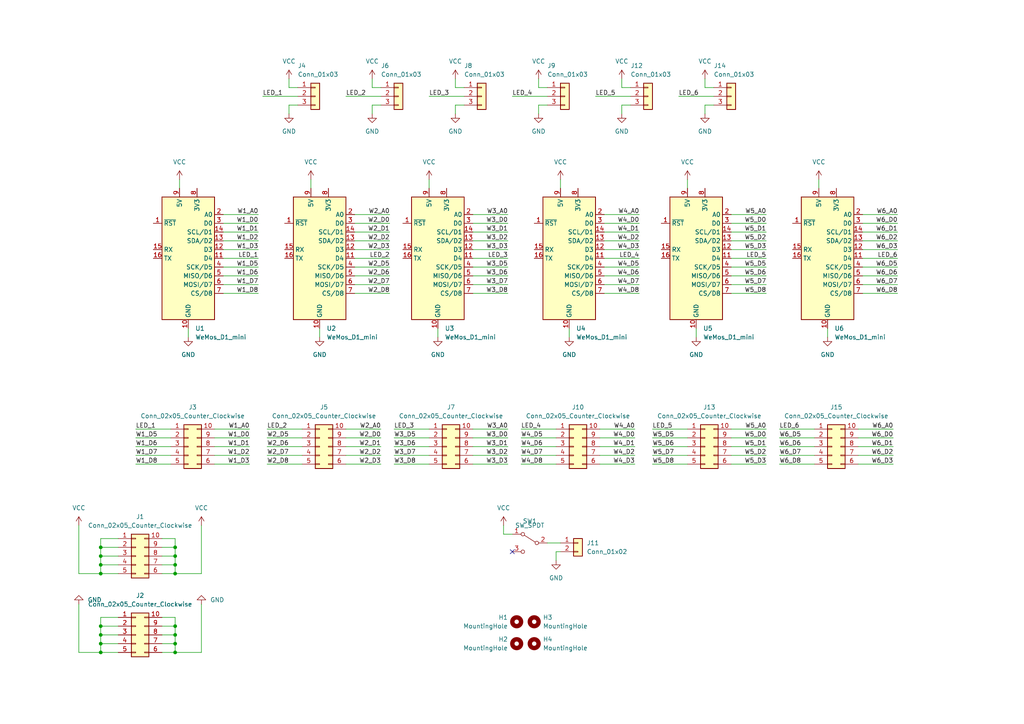
<source format=kicad_sch>
(kicad_sch (version 20220126) (generator eeschema)
  (paper "A4")
  (lib_symbols
    (symbol "Connector_Generic:Conn_01x02" (pin_names (offset 1.016) hide)
      (property "Reference" "J" (at 0 2.54 0))
      (property "Value" "Conn_01x02" (at 0 -5.08 0))
      (symbol "Conn_01x02_1_1"
        (rectangle (start -1.27 -2.413) (end 0 -2.667) (stroke (width 0.1524)))
        (rectangle (start -1.27 0.127) (end 0 -0.127) (stroke (width 0.1524)))
        (rectangle (start -1.27 1.27) (end 1.27 -3.81) (stroke (width 0.254)) (fill (type background)))
        (pin passive line (at -5.08 0 0) (length 3.81) (name "Pin_1") (number "1"))
        (pin passive line (at -5.08 -2.54 0) (length 3.81) (name "Pin_2") (number "2"))
      )
    )
    (symbol "Connector_Generic:Conn_01x03" (pin_names (offset 1.016) hide)
      (property "Reference" "J" (at 0 5.08 0))
      (property "Value" "Conn_01x03" (at 0 -5.08 0))
      (symbol "Conn_01x03_1_1"
        (rectangle (start -1.27 -2.413) (end 0 -2.667) (stroke (width 0.1524)))
        (rectangle (start -1.27 0.127) (end 0 -0.127) (stroke (width 0.1524)))
        (rectangle (start -1.27 2.667) (end 0 2.413) (stroke (width 0.1524)))
        (rectangle (start -1.27 3.81) (end 1.27 -3.81) (stroke (width 0.254)) (fill (type background)))
        (pin passive line (at -5.08 2.54 0) (length 3.81) (name "Pin_1") (number "1"))
        (pin passive line (at -5.08 0 0) (length 3.81) (name "Pin_2") (number "2"))
        (pin passive line (at -5.08 -2.54 0) (length 3.81) (name "Pin_3") (number "3"))
      )
    )
    (symbol "Connector_Generic:Conn_02x05_Counter_Clockwise" (pin_names (offset 1.016) hide)
      (property "Reference" "J" (at 1.27 7.62 0))
      (property "Value" "Conn_02x05_Counter_Clockwise" (at 1.27 -7.62 0))
      (symbol "Conn_02x05_Counter_Clockwise_1_1"
        (rectangle (start -1.27 -4.953) (end 0 -5.207) (stroke (width 0.1524)))
        (rectangle (start -1.27 -2.413) (end 0 -2.667) (stroke (width 0.1524)))
        (rectangle (start -1.27 0.127) (end 0 -0.127) (stroke (width 0.1524)))
        (rectangle (start -1.27 2.667) (end 0 2.413) (stroke (width 0.1524)))
        (rectangle (start -1.27 5.207) (end 0 4.953) (stroke (width 0.1524)))
        (rectangle (start -1.27 6.35) (end 3.81 -6.35) (stroke (width 0.254)) (fill (type background)))
        (rectangle (start 3.81 -4.953) (end 2.54 -5.207) (stroke (width 0.1524)))
        (rectangle (start 3.81 -2.413) (end 2.54 -2.667) (stroke (width 0.1524)))
        (rectangle (start 3.81 0.127) (end 2.54 -0.127) (stroke (width 0.1524)))
        (rectangle (start 3.81 2.667) (end 2.54 2.413) (stroke (width 0.1524)))
        (rectangle (start 3.81 5.207) (end 2.54 4.953) (stroke (width 0.1524)))
        (pin passive line (at -5.08 5.08 0) (length 3.81) (name "Pin_1") (number "1"))
        (pin passive line (at 7.62 5.08 180) (length 3.81) (name "Pin_10") (number "10"))
        (pin passive line (at -5.08 2.54 0) (length 3.81) (name "Pin_2") (number "2"))
        (pin passive line (at -5.08 0 0) (length 3.81) (name "Pin_3") (number "3"))
        (pin passive line (at -5.08 -2.54 0) (length 3.81) (name "Pin_4") (number "4"))
        (pin passive line (at -5.08 -5.08 0) (length 3.81) (name "Pin_5") (number "5"))
        (pin passive line (at 7.62 -5.08 180) (length 3.81) (name "Pin_6") (number "6"))
        (pin passive line (at 7.62 -2.54 180) (length 3.81) (name "Pin_7") (number "7"))
        (pin passive line (at 7.62 0 180) (length 3.81) (name "Pin_8") (number "8"))
        (pin passive line (at 7.62 2.54 180) (length 3.81) (name "Pin_9") (number "9"))
      )
    )
    (symbol "MCU_Module:WeMos_D1_mini"
      (property "Reference" "U" (at 3.81 19.05 0))
      (property "Value" "WeMos_D1_mini" (at 1.27 -19.05 0))
      (symbol "WeMos_D1_mini_1_1"
        (rectangle (start -7.62 17.78) (end 7.62 -17.78) (stroke (width 0.254)) (fill (type background)))
        (pin input line (at -10.16 10.16 0) (length 2.54) (name "~{RST}") (number "1"))
        (pin power_in line (at 0 -20.32 90) (length 2.54) (name "GND") (number "10"))
        (pin bidirectional line (at 10.16 0 180) (length 2.54) (name "D4") (number "11"))
        (pin bidirectional line (at 10.16 2.54 180) (length 2.54) (name "D3") (number "12"))
        (pin bidirectional line (at 10.16 5.08 180) (length 2.54) (name "SDA/D2") (number "13"))
        (pin bidirectional line (at 10.16 7.62 180) (length 2.54) (name "SCL/D1") (number "14"))
        (pin input line (at -10.16 2.54 0) (length 2.54) (name "RX") (number "15"))
        (pin output line (at -10.16 0 0) (length 2.54) (name "TX") (number "16"))
        (pin input line (at 10.16 12.7 180) (length 2.54) (name "A0") (number "2"))
        (pin bidirectional line (at 10.16 10.16 180) (length 2.54) (name "D0") (number "3"))
        (pin bidirectional line (at 10.16 -2.54 180) (length 2.54) (name "SCK/D5") (number "4"))
        (pin bidirectional line (at 10.16 -5.08 180) (length 2.54) (name "MISO/D6") (number "5"))
        (pin bidirectional line (at 10.16 -7.62 180) (length 2.54) (name "MOSI/D7") (number "6"))
        (pin bidirectional line (at 10.16 -10.16 180) (length 2.54) (name "CS/D8") (number "7"))
        (pin power_out line (at 2.54 20.32 270) (length 2.54) (name "3V3") (number "8"))
        (pin power_in line (at -2.54 20.32 270) (length 2.54) (name "5V") (number "9"))
      )
    )
    (symbol "Mechanical:MountingHole" (pin_names (offset 1.016))
      (property "Reference" "H" (at 0 5.08 0))
      (property "Value" "MountingHole" (at 0 3.175 0))
      (symbol "MountingHole_0_1"
        (circle (center 0 0) (radius 1.27) (stroke (width 1.27)))
      )
    )
    (symbol "Switch:SW_SPDT" (pin_names (offset 0) hide)
      (property "Reference" "SW" (at 0 4.318 0))
      (property "Value" "SW_SPDT" (at 0 -5.08 0))
      (symbol "SW_SPDT_0_0"
        (circle (center -2.032 0) (radius 0.508))
        (circle (center 2.032 -2.54) (radius 0.508))
      )
      (symbol "SW_SPDT_0_1"
        (polyline (pts (xy -1.524 0.254) (xy 1.651 2.286)))
        (circle (center 2.032 2.54) (radius 0.508))
      )
      (symbol "SW_SPDT_1_1"
        (pin passive line (at 5.08 2.54 180) (length 2.54) (name "A") (number "1"))
        (pin passive line (at -5.08 0 0) (length 2.54) (name "B") (number "2"))
        (pin passive line (at 5.08 -2.54 180) (length 2.54) (name "C") (number "3"))
      )
    )
    (symbol "power:GND" (power) (pin_names (offset 0))
      (property "Value" "GND" (at 0 -3.81 0))
      (symbol "GND_0_1"
        (polyline (pts (xy 0 0) (xy 0 -1.27) (xy 1.27 -1.27) (xy 0 -2.54) (xy -1.27 -1.27) (xy 0 -1.27)))
      )
      (symbol "GND_1_1"
        (pin power_in line (at 0 0 270) (length 0) hide (name "GND") (number "1"))
      )
    )
    (symbol "power:VCC" (power) (pin_names (offset 0))
      (property "Value" "VCC" (at 0 3.81 0))
      (symbol "VCC_0_1"
        (polyline (pts (xy -0.762 1.27) (xy 0 2.54)))
        (polyline (pts (xy 0 0) (xy 0 2.54)))
        (polyline (pts (xy 0 2.54) (xy 0.762 1.27)))
      )
      (symbol "VCC_1_1"
        (pin power_in line (at 0 0 90) (length 0) hide (name "VCC") (number "1"))
      )
    )
  )
  (junction (at 50.8 166.37))
  (junction (at 29.21 189.23))
  (junction (at 50.8 158.75))
  (junction (at 29.21 186.69))
  (junction (at 50.8 181.61))
  (junction (at 50.8 189.23))
  (junction (at 29.21 163.83))
  (junction (at 29.21 181.61))
  (junction (at 50.8 163.83))
  (junction (at 29.21 166.37))
  (junction (at 50.8 161.29))
  (junction (at 29.21 158.75))
  (junction (at 29.21 184.15))
  (junction (at 50.8 186.69))
  (junction (at 50.8 184.15))
  (junction (at 29.21 161.29))
  (no_connect (at 148.59 160.02))
  (wire (pts (xy 76.2 27.94) (xy 86.36 27.94)))
  (wire (pts (xy 175.26 80.01) (xy 185.42 80.01)))
  (wire (pts (xy 46.99 179.07) (xy 50.8 179.07)))
  (wire (pts (xy 182.88 25.4) (xy 180.34 25.4)))
  (wire (pts (xy 161.29 132.08) (xy 151.13 132.08)))
  (wire (pts (xy 175.26 69.85) (xy 185.42 69.85)))
  (wire (pts (xy 124.46 127) (xy 114.3 127)))
  (wire (pts (xy 226.06 124.46) (xy 236.22 124.46)))
  (wire (pts (xy 29.21 181.61) (xy 29.21 184.15)))
  (wire (pts (xy 64.77 69.85) (xy 74.93 69.85)))
  (wire (pts (xy 90.17 52.07) (xy 90.17 54.61)))
  (wire (pts (xy 46.99 161.29) (xy 50.8 161.29)))
  (wire (pts (xy 175.26 77.47) (xy 185.42 77.47)))
  (wire (pts (xy 137.16 69.85) (xy 147.32 69.85)))
  (wire (pts (xy 250.19 77.47) (xy 260.35 77.47)))
  (wire (pts (xy 132.08 30.48) (xy 132.08 33.02)))
  (wire (pts (xy 100.33 134.62) (xy 110.49 134.62)))
  (wire (pts (xy 102.87 67.31) (xy 113.03 67.31)))
  (wire (pts (xy 64.77 67.31) (xy 74.93 67.31)))
  (wire (pts (xy 207.01 25.4) (xy 204.47 25.4)))
  (wire (pts (xy 161.29 129.54) (xy 151.13 129.54)))
  (wire (pts (xy 29.21 179.07) (xy 29.21 181.61)))
  (wire (pts (xy 34.29 166.37) (xy 29.21 166.37)))
  (wire (pts (xy 185.42 74.93) (xy 175.26 74.93)))
  (wire (pts (xy 137.16 85.09) (xy 147.32 85.09)))
  (wire (pts (xy 212.09 132.08) (xy 222.25 132.08)))
  (wire (pts (xy 158.75 25.4) (xy 156.21 25.4)))
  (wire (pts (xy 148.59 27.94) (xy 158.75 27.94)))
  (wire (pts (xy 50.8 184.15) (xy 50.8 186.69)))
  (wire (pts (xy 34.29 161.29) (xy 29.21 161.29)))
  (wire (pts (xy 196.85 27.94) (xy 207.01 27.94)))
  (wire (pts (xy 146.05 152.4) (xy 146.05 154.94)))
  (wire (pts (xy 46.99 156.21) (xy 50.8 156.21)))
  (wire (pts (xy 236.22 132.08) (xy 226.06 132.08)))
  (wire (pts (xy 102.87 77.47) (xy 113.03 77.47)))
  (wire (pts (xy 49.53 129.54) (xy 39.37 129.54)))
  (wire (pts (xy 92.71 95.25) (xy 92.71 97.79)))
  (wire (pts (xy 137.16 80.01) (xy 147.32 80.01)))
  (wire (pts (xy 207.01 30.48) (xy 204.47 30.48)))
  (wire (pts (xy 87.63 129.54) (xy 77.47 129.54)))
  (wire (pts (xy 87.63 132.08) (xy 77.47 132.08)))
  (wire (pts (xy 199.39 132.08) (xy 189.23 132.08)))
  (wire (pts (xy 250.19 69.85) (xy 260.35 69.85)))
  (wire (pts (xy 124.46 129.54) (xy 114.3 129.54)))
  (wire (pts (xy 212.09 129.54) (xy 222.25 129.54)))
  (wire (pts (xy 212.09 72.39) (xy 222.25 72.39)))
  (wire (pts (xy 180.34 30.48) (xy 180.34 33.02)))
  (wire (pts (xy 248.92 124.46) (xy 259.08 124.46)))
  (wire (pts (xy 158.75 30.48) (xy 156.21 30.48)))
  (wire (pts (xy 83.82 30.48) (xy 83.82 33.02)))
  (wire (pts (xy 212.09 134.62) (xy 222.25 134.62)))
  (wire (pts (xy 137.16 132.08) (xy 147.32 132.08)))
  (wire (pts (xy 64.77 82.55) (xy 74.93 82.55)))
  (wire (pts (xy 50.8 166.37) (xy 46.99 166.37)))
  (wire (pts (xy 46.99 184.15) (xy 50.8 184.15)))
  (wire (pts (xy 173.99 132.08) (xy 184.15 132.08)))
  (wire (pts (xy 83.82 22.86) (xy 83.82 25.4)))
  (wire (pts (xy 34.29 156.21) (xy 29.21 156.21)))
  (wire (pts (xy 137.16 134.62) (xy 147.32 134.62)))
  (wire (pts (xy 250.19 67.31) (xy 260.35 67.31)))
  (wire (pts (xy 137.16 124.46) (xy 147.32 124.46)))
  (wire (pts (xy 102.87 72.39) (xy 113.03 72.39)))
  (wire (pts (xy 161.29 134.62) (xy 151.13 134.62)))
  (wire (pts (xy 34.29 186.69) (xy 29.21 186.69)))
  (wire (pts (xy 148.59 154.94) (xy 146.05 154.94)))
  (wire (pts (xy 86.36 25.4) (xy 83.82 25.4)))
  (wire (pts (xy 260.35 74.93) (xy 250.19 74.93)))
  (wire (pts (xy 248.92 129.54) (xy 259.08 129.54)))
  (wire (pts (xy 212.09 80.01) (xy 222.25 80.01)))
  (wire (pts (xy 50.8 186.69) (xy 50.8 189.23)))
  (wire (pts (xy 250.19 62.23) (xy 260.35 62.23)))
  (wire (pts (xy 173.99 124.46) (xy 184.15 124.46)))
  (wire (pts (xy 29.21 158.75) (xy 29.21 161.29)))
  (wire (pts (xy 34.29 179.07) (xy 29.21 179.07)))
  (wire (pts (xy 201.93 95.25) (xy 201.93 97.79)))
  (wire (pts (xy 110.49 30.48) (xy 107.95 30.48)))
  (wire (pts (xy 102.87 69.85) (xy 113.03 69.85)))
  (wire (pts (xy 248.92 134.62) (xy 259.08 134.62)))
  (wire (pts (xy 50.8 161.29) (xy 50.8 163.83)))
  (wire (pts (xy 29.21 163.83) (xy 29.21 166.37)))
  (wire (pts (xy 49.53 134.62) (xy 39.37 134.62)))
  (wire (pts (xy 49.53 132.08) (xy 39.37 132.08)))
  (wire (pts (xy 49.53 127) (xy 39.37 127)))
  (wire (pts (xy 212.09 77.47) (xy 222.25 77.47)))
  (wire (pts (xy 137.16 67.31) (xy 147.32 67.31)))
  (wire (pts (xy 34.29 163.83) (xy 29.21 163.83)))
  (wire (pts (xy 34.29 189.23) (xy 29.21 189.23)))
  (wire (pts (xy 107.95 30.48) (xy 107.95 33.02)))
  (wire (pts (xy 162.56 52.07) (xy 162.56 54.61)))
  (wire (pts (xy 162.56 160.02) (xy 161.29 160.02)))
  (wire (pts (xy 114.3 124.46) (xy 124.46 124.46)))
  (wire (pts (xy 237.49 52.07) (xy 237.49 54.61)))
  (wire (pts (xy 107.95 22.86) (xy 107.95 25.4)))
  (wire (pts (xy 39.37 124.46) (xy 49.53 124.46)))
  (wire (pts (xy 74.93 74.93) (xy 64.77 74.93)))
  (wire (pts (xy 151.13 124.46) (xy 161.29 124.46)))
  (wire (pts (xy 248.92 132.08) (xy 259.08 132.08)))
  (wire (pts (xy 182.88 30.48) (xy 180.34 30.48)))
  (wire (pts (xy 50.8 181.61) (xy 50.8 184.15)))
  (wire (pts (xy 50.8 156.21) (xy 50.8 158.75)))
  (wire (pts (xy 147.32 74.93) (xy 137.16 74.93)))
  (wire (pts (xy 175.26 72.39) (xy 185.42 72.39)))
  (wire (pts (xy 212.09 82.55) (xy 222.25 82.55)))
  (wire (pts (xy 29.21 166.37) (xy 22.86 166.37)))
  (wire (pts (xy 102.87 82.55) (xy 113.03 82.55)))
  (wire (pts (xy 29.21 184.15) (xy 29.21 186.69)))
  (wire (pts (xy 137.16 64.77) (xy 147.32 64.77)))
  (wire (pts (xy 58.42 175.26) (xy 58.42 189.23)))
  (wire (pts (xy 22.86 189.23) (xy 22.86 175.26)))
  (wire (pts (xy 175.26 62.23) (xy 185.42 62.23)))
  (wire (pts (xy 22.86 166.37) (xy 22.86 152.4)))
  (wire (pts (xy 161.29 127) (xy 151.13 127)))
  (wire (pts (xy 172.72 27.94) (xy 182.88 27.94)))
  (wire (pts (xy 165.1 95.25) (xy 165.1 97.79)))
  (wire (pts (xy 29.21 186.69) (xy 29.21 189.23)))
  (wire (pts (xy 134.62 25.4) (xy 132.08 25.4)))
  (wire (pts (xy 58.42 152.4) (xy 58.42 166.37)))
  (wire (pts (xy 250.19 80.01) (xy 260.35 80.01)))
  (wire (pts (xy 64.77 85.09) (xy 74.93 85.09)))
  (wire (pts (xy 173.99 129.54) (xy 184.15 129.54)))
  (wire (pts (xy 124.46 132.08) (xy 114.3 132.08)))
  (wire (pts (xy 250.19 85.09) (xy 260.35 85.09)))
  (wire (pts (xy 52.07 52.07) (xy 52.07 54.61)))
  (wire (pts (xy 173.99 134.62) (xy 184.15 134.62)))
  (wire (pts (xy 127 95.25) (xy 127 97.79)))
  (wire (pts (xy 124.46 27.94) (xy 134.62 27.94)))
  (wire (pts (xy 212.09 85.09) (xy 222.25 85.09)))
  (wire (pts (xy 102.87 62.23) (xy 113.03 62.23)))
  (wire (pts (xy 180.34 22.86) (xy 180.34 25.4)))
  (wire (pts (xy 64.77 62.23) (xy 74.93 62.23)))
  (wire (pts (xy 102.87 85.09) (xy 113.03 85.09)))
  (wire (pts (xy 212.09 64.77) (xy 222.25 64.77)))
  (wire (pts (xy 124.46 134.62) (xy 114.3 134.62)))
  (wire (pts (xy 100.33 27.94) (xy 110.49 27.94)))
  (wire (pts (xy 199.39 129.54) (xy 189.23 129.54)))
  (wire (pts (xy 62.23 129.54) (xy 72.39 129.54)))
  (wire (pts (xy 46.99 186.69) (xy 50.8 186.69)))
  (wire (pts (xy 212.09 124.46) (xy 222.25 124.46)))
  (wire (pts (xy 175.26 64.77) (xy 185.42 64.77)))
  (wire (pts (xy 137.16 72.39) (xy 147.32 72.39)))
  (wire (pts (xy 236.22 134.62) (xy 226.06 134.62)))
  (wire (pts (xy 250.19 64.77) (xy 260.35 64.77)))
  (wire (pts (xy 134.62 30.48) (xy 132.08 30.48)))
  (wire (pts (xy 158.75 157.48) (xy 162.56 157.48)))
  (wire (pts (xy 156.21 30.48) (xy 156.21 33.02)))
  (wire (pts (xy 87.63 127) (xy 77.47 127)))
  (wire (pts (xy 110.49 25.4) (xy 107.95 25.4)))
  (wire (pts (xy 64.77 80.01) (xy 74.93 80.01)))
  (wire (pts (xy 212.09 69.85) (xy 222.25 69.85)))
  (wire (pts (xy 100.33 132.08) (xy 110.49 132.08)))
  (wire (pts (xy 34.29 184.15) (xy 29.21 184.15)))
  (wire (pts (xy 50.8 163.83) (xy 50.8 166.37)))
  (wire (pts (xy 100.33 129.54) (xy 110.49 129.54)))
  (wire (pts (xy 189.23 124.46) (xy 199.39 124.46)))
  (wire (pts (xy 250.19 82.55) (xy 260.35 82.55)))
  (wire (pts (xy 248.92 127) (xy 259.08 127)))
  (wire (pts (xy 199.39 52.07) (xy 199.39 54.61)))
  (wire (pts (xy 62.23 127) (xy 72.39 127)))
  (wire (pts (xy 113.03 74.93) (xy 102.87 74.93)))
  (wire (pts (xy 46.99 163.83) (xy 50.8 163.83)))
  (wire (pts (xy 62.23 124.46) (xy 72.39 124.46)))
  (wire (pts (xy 29.21 161.29) (xy 29.21 163.83)))
  (wire (pts (xy 46.99 158.75) (xy 50.8 158.75)))
  (wire (pts (xy 46.99 181.61) (xy 50.8 181.61)))
  (wire (pts (xy 212.09 67.31) (xy 222.25 67.31)))
  (wire (pts (xy 212.09 127) (xy 222.25 127)))
  (wire (pts (xy 204.47 22.86) (xy 204.47 25.4)))
  (wire (pts (xy 240.03 95.25) (xy 240.03 97.79)))
  (wire (pts (xy 50.8 158.75) (xy 50.8 161.29)))
  (wire (pts (xy 222.25 74.93) (xy 212.09 74.93)))
  (wire (pts (xy 175.26 82.55) (xy 185.42 82.55)))
  (wire (pts (xy 77.47 124.46) (xy 87.63 124.46)))
  (wire (pts (xy 204.47 30.48) (xy 204.47 33.02)))
  (wire (pts (xy 161.29 160.02) (xy 161.29 162.56)))
  (wire (pts (xy 137.16 129.54) (xy 147.32 129.54)))
  (wire (pts (xy 156.21 22.86) (xy 156.21 25.4)))
  (wire (pts (xy 64.77 64.77) (xy 74.93 64.77)))
  (wire (pts (xy 175.26 85.09) (xy 185.42 85.09)))
  (wire (pts (xy 64.77 77.47) (xy 74.93 77.47)))
  (wire (pts (xy 173.99 127) (xy 184.15 127)))
  (wire (pts (xy 29.21 189.23) (xy 22.86 189.23)))
  (wire (pts (xy 175.26 67.31) (xy 185.42 67.31)))
  (wire (pts (xy 236.22 129.54) (xy 226.06 129.54)))
  (wire (pts (xy 62.23 132.08) (xy 72.39 132.08)))
  (wire (pts (xy 132.08 22.86) (xy 132.08 25.4)))
  (wire (pts (xy 137.16 62.23) (xy 147.32 62.23)))
  (wire (pts (xy 212.09 62.23) (xy 222.25 62.23)))
  (wire (pts (xy 102.87 64.77) (xy 113.03 64.77)))
  (wire (pts (xy 54.61 95.25) (xy 54.61 97.79)))
  (wire (pts (xy 137.16 82.55) (xy 147.32 82.55)))
  (wire (pts (xy 29.21 156.21) (xy 29.21 158.75)))
  (wire (pts (xy 250.19 72.39) (xy 260.35 72.39)))
  (wire (pts (xy 50.8 189.23) (xy 46.99 189.23)))
  (wire (pts (xy 100.33 124.46) (xy 110.49 124.46)))
  (wire (pts (xy 100.33 127) (xy 110.49 127)))
  (wire (pts (xy 87.63 134.62) (xy 77.47 134.62)))
  (wire (pts (xy 86.36 30.48) (xy 83.82 30.48)))
  (wire (pts (xy 102.87 80.01) (xy 113.03 80.01)))
  (wire (pts (xy 137.16 77.47) (xy 147.32 77.47)))
  (wire (pts (xy 236.22 127) (xy 226.06 127)))
  (wire (pts (xy 34.29 158.75) (xy 29.21 158.75)))
  (wire (pts (xy 34.29 181.61) (xy 29.21 181.61)))
  (wire (pts (xy 58.42 189.23) (xy 50.8 189.23)))
  (wire (pts (xy 62.23 134.62) (xy 72.39 134.62)))
  (wire (pts (xy 199.39 134.62) (xy 189.23 134.62)))
  (wire (pts (xy 137.16 127) (xy 147.32 127)))
  (wire (pts (xy 64.77 72.39) (xy 74.93 72.39)))
  (wire (pts (xy 58.42 166.37) (xy 50.8 166.37)))
  (wire (pts (xy 124.46 52.07) (xy 124.46 54.61)))
  (wire (pts (xy 50.8 179.07) (xy 50.8 181.61)))
  (wire (pts (xy 199.39 127) (xy 189.23 127)))
  (label "W6_A0" (at 260.35 62.23 0))
  (label "W2_A0" (at 110.49 124.46 0))
  (label "W6_D7" (at 260.35 82.55 0))
  (label "W5_D1" (at 222.25 129.54 0))
  (label "W4_D2" (at 185.42 69.85 0))
  (label "W6_D2" (at 259.08 132.08 0))
  (label "LED_2" (at 77.47 124.46 0))
  (label "LED_5" (at 189.23 124.46 0))
  (label "W3_D7" (at 114.3 132.08 0))
  (label "LED_6" (at 226.06 124.46 0))
  (label "W4_D8" (at 151.13 134.62 0))
  (label "W3_D8" (at 147.32 85.09 0))
  (label "W5_D0" (at 222.25 127 0))
  (label "W3_D5" (at 147.32 77.47 0))
  (label "W4_D0" (at 185.42 64.77 0))
  (label "W4_A0" (at 185.42 62.23 0))
  (label "W4_D8" (at 185.42 85.09 0))
  (label "W5_D2" (at 222.25 69.85 0))
  (label "W3_D0" (at 147.32 64.77 0))
  (label "W1_D0" (at 72.39 127 0))
  (label "W2_A0" (at 113.03 62.23 0))
  (label "W3_D7" (at 147.32 82.55 0))
  (label "W2_D8" (at 113.03 85.09 0))
  (label "W2_D0" (at 110.49 127 0))
  (label "W1_A0" (at 74.93 62.23 0))
  (label "W5_D5" (at 222.25 77.47 0))
  (label "W6_A0" (at 259.08 124.46 0))
  (label "W5_D0" (at 222.25 64.77 0))
  (label "W4_D1" (at 185.42 67.31 0))
  (label "W5_D1" (at 222.25 67.31 0))
  (label "W1_D6" (at 39.37 129.54 0))
  (label "W6_D8" (at 226.06 134.62 0))
  (label "LED_3" (at 124.46 27.94 0))
  (label "W1_D2" (at 72.39 132.08 0))
  (label "W5_D7" (at 222.25 82.55 0))
  (label "W4_D0" (at 184.15 127 0))
  (label "W1_D8" (at 74.93 85.09 0))
  (label "LED_1" (at 74.93 74.93 0))
  (label "W3_D5" (at 114.3 127 0))
  (label "W4_A0" (at 184.15 124.46 0))
  (label "W6_D7" (at 226.06 132.08 0))
  (label "W1_D5" (at 39.37 127 0))
  (label "W5_D5" (at 189.23 127 0))
  (label "W2_D2" (at 110.49 132.08 0))
  (label "LED_6" (at 196.85 27.94 0))
  (label "LED_6" (at 260.35 74.93 0))
  (label "W2_D5" (at 113.03 77.47 0))
  (label "W5_D2" (at 222.25 132.08 0))
  (label "W6_D6" (at 226.06 129.54 0))
  (label "W1_D1" (at 72.39 129.54 0))
  (label "W1_D8" (at 39.37 134.62 0))
  (label "LED_1" (at 39.37 124.46 0))
  (label "W3_D6" (at 147.32 80.01 0))
  (label "W5_D3" (at 222.25 134.62 0))
  (label "W1_D7" (at 74.93 82.55 0))
  (label "W4_D1" (at 184.15 129.54 0))
  (label "W1_A0" (at 72.39 124.46 0))
  (label "W4_D7" (at 151.13 132.08 0))
  (label "W5_A0" (at 222.25 124.46 0))
  (label "W3_D6" (at 114.3 129.54 0))
  (label "W3_D1" (at 147.32 67.31 0))
  (label "W4_D3" (at 184.15 134.62 0))
  (label "W5_D6" (at 222.25 80.01 0))
  (label "W6_D3" (at 259.08 134.62 0))
  (label "W4_D7" (at 185.42 82.55 0))
  (label "W1_D7" (at 39.37 132.08 0))
  (label "W5_A0" (at 222.25 62.23 0))
  (label "W6_D2" (at 260.35 69.85 0))
  (label "W4_D6" (at 151.13 129.54 0))
  (label "W3_D1" (at 147.32 129.54 0))
  (label "LED_4" (at 148.59 27.94 0))
  (label "W4_D5" (at 185.42 77.47 0))
  (label "W2_D7" (at 77.47 132.08 0))
  (label "W2_D3" (at 110.49 134.62 0))
  (label "W3_D2" (at 147.32 69.85 0))
  (label "W5_D8" (at 189.23 134.62 0))
  (label "LED_2" (at 113.03 74.93 0))
  (label "LED_2" (at 100.33 27.94 0))
  (label "W5_D3" (at 222.25 72.39 0))
  (label "W3_D8" (at 114.3 134.62 0))
  (label "W3_D3" (at 147.32 134.62 0))
  (label "W1_D2" (at 74.93 69.85 0))
  (label "W1_D5" (at 74.93 77.47 0))
  (label "W2_D1" (at 113.03 67.31 0))
  (label "W2_D8" (at 77.47 134.62 0))
  (label "W1_D6" (at 74.93 80.01 0))
  (label "W2_D5" (at 77.47 127 0))
  (label "LED_4" (at 151.13 124.46 0))
  (label "W3_A0" (at 147.32 124.46 0))
  (label "W2_D6" (at 77.47 129.54 0))
  (label "W5_D6" (at 189.23 129.54 0))
  (label "W2_D2" (at 113.03 69.85 0))
  (label "W6_D0" (at 259.08 127 0))
  (label "W6_D5" (at 260.35 77.47 0))
  (label "W6_D1" (at 259.08 129.54 0))
  (label "W2_D6" (at 113.03 80.01 0))
  (label "W4_D2" (at 184.15 132.08 0))
  (label "W1_D3" (at 72.39 134.62 0))
  (label "W6_D5" (at 226.06 127 0))
  (label "W6_D6" (at 260.35 80.01 0))
  (label "W6_D3" (at 260.35 72.39 0))
  (label "W4_D5" (at 151.13 127 0))
  (label "LED_5" (at 172.72 27.94 0))
  (label "W3_A0" (at 147.32 62.23 0))
  (label "W6_D0" (at 260.35 64.77 0))
  (label "W3_D2" (at 147.32 132.08 0))
  (label "W5_D7" (at 189.23 132.08 0))
  (label "W2_D0" (at 113.03 64.77 0))
  (label "LED_4" (at 185.42 74.93 0))
  (label "W2_D3" (at 113.03 72.39 0))
  (label "W1_D3" (at 74.93 72.39 0))
  (label "LED_3" (at 147.32 74.93 0))
  (label "W2_D7" (at 113.03 82.55 0))
  (label "LED_3" (at 114.3 124.46 0))
  (label "W4_D3" (at 185.42 72.39 0))
  (label "LED_1" (at 76.2 27.94 0))
  (label "W3_D0" (at 147.32 127 0))
  (label "W6_D1" (at 260.35 67.31 0))
  (label "LED_5" (at 222.25 74.93 0))
  (label "W4_D6" (at 185.42 80.01 0))
  (label "W2_D1" (at 110.49 129.54 0))
  (label "W5_D8" (at 222.25 85.09 0))
  (label "W1_D0" (at 74.93 64.77 0))
  (label "W3_D3" (at 147.32 72.39 0))
  (label "W6_D8" (at 260.35 85.09 0))
  (label "W1_D1" (at 74.93 67.31 0))
  (symbol (lib_id "Mechanical:MountingHole") (at 149.86 186.69 0) (mirror y) (unit 1)
    (property "Reference" "H2" (at 147.32 185.4199 0) (effects (justify left)))
    (property "Value" "MountingHole" (at 147.32 187.9599 0) (effects (justify left)))
    (property "Footprint" "MountingHole:MountingHole_2.5mm_Pad" (effects hide))
  )
  (symbol (lib_id "Connector_Generic:Conn_01x03") (at 91.44 27.94 0) (unit 1)
    (property "Reference" "J4" (at 86.36 19.05 0) (effects (justify left)))
    (property "Value" "Conn_01x03" (at 86.36 21.59 0) (effects (justify left)))
    (property "Footprint" "TerminalBlock:TerminalBlock_bornier-3_P5.08mm" (effects hide))
  )
  (symbol (lib_id "power:GND") (at 58.42 175.26 180) (unit 1)
    (property "Reference" "#PWR06" (effects hide))
    (property "Value" "GND" (at 60.96 173.9899 0) (effects (justify right)))
  )
  (symbol (lib_id "Connector_Generic:Conn_01x03") (at 115.57 27.94 0) (unit 1)
    (property "Reference" "J6" (at 110.49 19.05 0) (effects (justify left)))
    (property "Value" "Conn_01x03" (at 110.49 21.59 0) (effects (justify left)))
    (property "Footprint" "TerminalBlock:TerminalBlock_bornier-3_P5.08mm" (effects hide))
  )
  (symbol (lib_id "Connector_Generic:Conn_02x05_Counter_Clockwise") (at 241.3 129.54 0) (unit 1)
    (property "Reference" "J15" (at 242.57 118.11 0))
    (property "Value" "Conn_02x05_Counter_Clockwise" (at 242.57 120.65 0))
    (property "Footprint" "Connector_PinHeader_2.54mm:PinHeader_2x05_P2.54mm_Vertical" (effects hide))
  )
  (symbol (lib_id "Connector_Generic:Conn_01x03") (at 187.96 27.94 0) (unit 1)
    (property "Reference" "J12" (at 182.88 19.05 0) (effects (justify left)))
    (property "Value" "Conn_01x03" (at 182.88 21.59 0) (effects (justify left)))
    (property "Footprint" "TerminalBlock:TerminalBlock_bornier-3_P5.08mm" (effects hide))
  )
  (symbol (lib_id "power:VCC") (at 90.17 52.07 0) (unit 1)
    (property "Reference" "#PWR09" (effects hide))
    (property "Value" "VCC" (at 90.17 46.99 0))
  )
  (symbol (lib_id "power:VCC") (at 204.47 22.86 0) (unit 1)
    (property "Reference" "#PWR027" (effects hide))
    (property "Value" "VCC" (at 204.47 17.78 0))
  )
  (symbol (lib_id "Connector_Generic:Conn_02x05_Counter_Clockwise") (at 129.54 129.54 0) (unit 1)
    (property "Reference" "J7" (at 130.81 118.11 0))
    (property "Value" "Conn_02x05_Counter_Clockwise" (at 130.81 120.65 0))
    (property "Footprint" "Connector_PinHeader_2.54mm:PinHeader_2x05_P2.54mm_Vertical" (effects hide))
  )
  (symbol (lib_id "power:GND") (at 132.08 33.02 0) (unit 1)
    (property "Reference" "#PWR016" (effects hide))
    (property "Value" "GND" (at 132.08 38.1 0))
  )
  (symbol (lib_id "power:GND") (at 156.21 33.02 0) (unit 1)
    (property "Reference" "#PWR019" (effects hide))
    (property "Value" "GND" (at 156.21 38.1 0))
  )
  (symbol (lib_id "power:GND") (at 204.47 33.02 0) (unit 1)
    (property "Reference" "#PWR028" (effects hide))
    (property "Value" "GND" (at 204.47 38.1 0))
  )
  (symbol (lib_id "Connector_Generic:Conn_02x05_Counter_Clockwise") (at 54.61 129.54 0) (unit 1)
    (property "Reference" "J3" (at 55.88 118.11 0))
    (property "Value" "Conn_02x05_Counter_Clockwise" (at 55.88 120.65 0))
    (property "Footprint" "Connector_PinHeader_2.54mm:PinHeader_2x05_P2.54mm_Vertical" (effects hide))
  )
  (symbol (lib_id "power:VCC") (at 22.86 152.4 0) (unit 1)
    (property "Reference" "#PWR01" (effects hide))
    (property "Value" "VCC" (at 22.86 147.32 0))
  )
  (symbol (lib_id "Mechanical:MountingHole") (at 154.94 186.69 0) (unit 1)
    (property "Reference" "H4" (at 157.48 185.4199 0) (effects (justify left)))
    (property "Value" "MountingHole" (at 157.48 187.9599 0) (effects (justify left)))
    (property "Footprint" "MountingHole:MountingHole_2.5mm_Pad" (effects hide))
  )
  (symbol (lib_id "Connector_Generic:Conn_02x05_Counter_Clockwise") (at 39.37 161.29 0) (unit 1)
    (property "Reference" "J1" (at 40.64 149.86 0))
    (property "Value" "Conn_02x05_Counter_Clockwise" (at 40.64 152.4 0))
    (property "Footprint" "Connector_PinHeader_2.54mm:PinHeader_2x05_P2.54mm_Vertical" (effects hide))
  )
  (symbol (lib_id "MCU_Module:WeMos_D1_mini") (at 240.03 74.93 0) (unit 1)
    (property "Reference" "U6" (at 242.0494 95.25 0) (effects (justify left)))
    (property "Value" "WeMos_D1_mini" (at 242.0494 97.79 0) (effects (justify left)))
    (property "Footprint" "Module:WEMOS_D1_mini_light" (effects hide))
    (property "Datasheet" "https://wiki.wemos.cc/products:d1:d1_mini#documentation" (effects hide))
  )
  (symbol (lib_id "power:VCC") (at 124.46 52.07 0) (unit 1)
    (property "Reference" "#PWR013" (effects hide))
    (property "Value" "VCC" (at 124.46 46.99 0))
  )
  (symbol (lib_id "power:GND") (at 201.93 97.79 0) (unit 1)
    (property "Reference" "#PWR026" (effects hide))
    (property "Value" "GND" (at 201.93 102.87 0))
  )
  (symbol (lib_id "MCU_Module:WeMos_D1_mini") (at 92.71 74.93 0) (unit 1)
    (property "Reference" "U2" (at 94.7294 95.25 0) (effects (justify left)))
    (property "Value" "WeMos_D1_mini" (at 94.7294 97.79 0) (effects (justify left)))
    (property "Footprint" "Module:WEMOS_D1_mini_light" (effects hide))
    (property "Datasheet" "https://wiki.wemos.cc/products:d1:d1_mini#documentation" (effects hide))
  )
  (symbol (lib_id "MCU_Module:WeMos_D1_mini") (at 127 74.93 0) (unit 1)
    (property "Reference" "U3" (at 129.0194 95.25 0) (effects (justify left)))
    (property "Value" "WeMos_D1_mini" (at 129.0194 97.79 0) (effects (justify left)))
    (property "Footprint" "Module:WEMOS_D1_mini_light" (effects hide))
    (property "Datasheet" "https://wiki.wemos.cc/products:d1:d1_mini#documentation" (effects hide))
  )
  (symbol (lib_id "Connector_Generic:Conn_01x03") (at 163.83 27.94 0) (unit 1)
    (property "Reference" "J9" (at 158.75 19.05 0) (effects (justify left)))
    (property "Value" "Conn_01x03" (at 158.75 21.59 0) (effects (justify left)))
    (property "Footprint" "TerminalBlock:TerminalBlock_bornier-3_P5.08mm" (effects hide))
  )
  (symbol (lib_id "power:VCC") (at 237.49 52.07 0) (unit 1)
    (property "Reference" "#PWR029" (effects hide))
    (property "Value" "VCC" (at 237.49 46.99 0))
  )
  (symbol (lib_id "Connector_Generic:Conn_02x05_Counter_Clockwise") (at 92.71 129.54 0) (unit 1)
    (property "Reference" "J5" (at 93.98 118.11 0))
    (property "Value" "Conn_02x05_Counter_Clockwise" (at 93.98 120.65 0))
    (property "Footprint" "Connector_PinHeader_2.54mm:PinHeader_2x05_P2.54mm_Vertical" (effects hide))
  )
  (symbol (lib_id "power:VCC") (at 146.05 152.4 0) (unit 1)
    (property "Reference" "#PWR017" (effects hide))
    (property "Value" "VCC" (at 146.05 147.32 0))
  )
  (symbol (lib_id "power:VCC") (at 52.07 52.07 0) (unit 1)
    (property "Reference" "#PWR03" (effects hide))
    (property "Value" "VCC" (at 52.07 46.99 0))
  )
  (symbol (lib_id "power:GND") (at 92.71 97.79 0) (unit 1)
    (property "Reference" "#PWR010" (effects hide))
    (property "Value" "GND" (at 92.71 102.87 0))
  )
  (symbol (lib_id "power:VCC") (at 107.95 22.86 0) (unit 1)
    (property "Reference" "#PWR011" (effects hide))
    (property "Value" "VCC" (at 107.95 17.78 0))
  )
  (symbol (lib_id "power:VCC") (at 156.21 22.86 0) (unit 1)
    (property "Reference" "#PWR018" (effects hide))
    (property "Value" "VCC" (at 156.21 17.78 0))
  )
  (symbol (lib_id "power:GND") (at 240.03 97.79 0) (unit 1)
    (property "Reference" "#PWR030" (effects hide))
    (property "Value" "GND" (at 240.03 102.87 0))
  )
  (symbol (lib_id "power:GND") (at 165.1 97.79 0) (unit 1)
    (property "Reference" "#PWR022" (effects hide))
    (property "Value" "GND" (at 165.1 102.87 0))
  )
  (symbol (lib_id "power:VCC") (at 180.34 22.86 0) (unit 1)
    (property "Reference" "#PWR023" (effects hide))
    (property "Value" "VCC" (at 180.34 17.78 0))
  )
  (symbol (lib_id "power:GND") (at 22.86 175.26 180) (unit 1)
    (property "Reference" "#PWR02" (effects hide))
    (property "Value" "GND" (at 25.4 173.9899 0) (effects (justify right)))
  )
  (symbol (lib_id "power:GND") (at 161.29 162.56 0) (unit 1)
    (property "Reference" "#PWR020" (effects hide))
    (property "Value" "GND" (at 161.29 167.64 0))
  )
  (symbol (lib_id "Connector_Generic:Conn_02x05_Counter_Clockwise") (at 166.37 129.54 0) (unit 1)
    (property "Reference" "J10" (at 167.64 118.11 0))
    (property "Value" "Conn_02x05_Counter_Clockwise" (at 167.64 120.65 0))
    (property "Footprint" "Connector_PinHeader_2.54mm:PinHeader_2x05_P2.54mm_Vertical" (effects hide))
  )
  (symbol (lib_id "power:VCC") (at 199.39 52.07 0) (unit 1)
    (property "Reference" "#PWR025" (effects hide))
    (property "Value" "VCC" (at 199.39 46.99 0))
  )
  (symbol (lib_id "power:VCC") (at 58.42 152.4 0) (unit 1)
    (property "Reference" "#PWR05" (effects hide))
    (property "Value" "VCC" (at 58.42 147.32 0))
  )
  (symbol (lib_id "Connector_Generic:Conn_01x03") (at 212.09 27.94 0) (unit 1)
    (property "Reference" "J14" (at 207.01 19.05 0) (effects (justify left)))
    (property "Value" "Conn_01x03" (at 207.01 21.59 0) (effects (justify left)))
    (property "Footprint" "TerminalBlock:TerminalBlock_bornier-3_P5.08mm" (effects hide))
  )
  (symbol (lib_id "Mechanical:MountingHole") (at 149.86 180.34 0) (mirror y) (unit 1)
    (property "Reference" "H1" (at 147.32 179.0699 0) (effects (justify left)))
    (property "Value" "MountingHole" (at 147.32 181.6099 0) (effects (justify left)))
    (property "Footprint" "MountingHole:MountingHole_2.5mm_Pad" (effects hide))
  )
  (symbol (lib_id "power:GND") (at 180.34 33.02 0) (unit 1)
    (property "Reference" "#PWR024" (effects hide))
    (property "Value" "GND" (at 180.34 38.1 0))
  )
  (symbol (lib_id "Connector_Generic:Conn_01x03") (at 139.7 27.94 0) (unit 1)
    (property "Reference" "J8" (at 134.62 19.05 0) (effects (justify left)))
    (property "Value" "Conn_01x03" (at 134.62 21.59 0) (effects (justify left)))
    (property "Footprint" "TerminalBlock:TerminalBlock_bornier-3_P5.08mm" (effects hide))
  )
  (symbol (lib_id "MCU_Module:WeMos_D1_mini") (at 54.61 74.93 0) (unit 1)
    (property "Reference" "U1" (at 56.6294 95.25 0) (effects (justify left)))
    (property "Value" "WeMos_D1_mini" (at 56.6294 97.79 0) (effects (justify left)))
    (property "Footprint" "Module:WEMOS_D1_mini_light" (effects hide))
    (property "Datasheet" "https://wiki.wemos.cc/products:d1:d1_mini#documentation" (effects hide))
  )
  (symbol (lib_id "Connector_Generic:Conn_02x05_Counter_Clockwise") (at 204.47 129.54 0) (unit 1)
    (property "Reference" "J13" (at 205.74 118.11 0))
    (property "Value" "Conn_02x05_Counter_Clockwise" (at 205.74 120.65 0))
    (property "Footprint" "Connector_PinHeader_2.54mm:PinHeader_2x05_P2.54mm_Vertical" (effects hide))
  )
  (symbol (lib_id "power:GND") (at 107.95 33.02 0) (unit 1)
    (property "Reference" "#PWR012" (effects hide))
    (property "Value" "GND" (at 107.95 38.1 0))
  )
  (symbol (lib_id "MCU_Module:WeMos_D1_mini") (at 165.1 74.93 0) (unit 1)
    (property "Reference" "U4" (at 167.1194 95.25 0) (effects (justify left)))
    (property "Value" "WeMos_D1_mini" (at 167.1194 97.79 0) (effects (justify left)))
    (property "Footprint" "Module:WEMOS_D1_mini_light" (effects hide))
    (property "Datasheet" "https://wiki.wemos.cc/products:d1:d1_mini#documentation" (effects hide))
  )
  (symbol (lib_id "Connector_Generic:Conn_01x02") (at 167.64 157.48 0) (unit 1)
    (property "Reference" "J11" (at 170.18 157.4799 0) (effects (justify left)))
    (property "Value" "Conn_01x02" (at 170.18 160.0199 0) (effects (justify left)))
    (property "Footprint" "TerminalBlock:TerminalBlock_Altech_AK300-2_P5.00mm" (effects hide))
  )
  (symbol (lib_id "Switch:SW_SPDT") (at 153.67 157.48 0) (mirror y) (unit 1)
    (property "Reference" "SW1" (at 153.67 151.13 0))
    (property "Value" "SW_SPDT" (at 153.67 152.4 0))
    (property "Footprint" "Button_Switch_THT:SW_Slide_1P2T_CK_OS102011MS2Q" (effects hide))
  )
  (symbol (lib_id "power:VCC") (at 162.56 52.07 0) (unit 1)
    (property "Reference" "#PWR021" (effects hide))
    (property "Value" "VCC" (at 162.56 46.99 0))
  )
  (symbol (lib_id "power:VCC") (at 132.08 22.86 0) (unit 1)
    (property "Reference" "#PWR015" (effects hide))
    (property "Value" "VCC" (at 132.08 17.78 0))
  )
  (symbol (lib_id "power:VCC") (at 83.82 22.86 0) (unit 1)
    (property "Reference" "#PWR07" (effects hide))
    (property "Value" "VCC" (at 83.82 17.78 0))
  )
  (symbol (lib_id "Connector_Generic:Conn_02x05_Counter_Clockwise") (at 39.37 184.15 0) (unit 1)
    (property "Reference" "J2" (at 40.64 172.72 0))
    (property "Value" "Conn_02x05_Counter_Clockwise" (at 40.64 175.26 0))
    (property "Footprint" "Connector_PinHeader_2.54mm:PinHeader_2x05_P2.54mm_Vertical" (effects hide))
  )
  (symbol (lib_id "power:GND") (at 54.61 97.79 0) (unit 1)
    (property "Reference" "#PWR04" (effects hide))
    (property "Value" "GND" (at 54.61 102.87 0))
  )
  (symbol (lib_id "power:GND") (at 83.82 33.02 0) (unit 1)
    (property "Reference" "#PWR08" (effects hide))
    (property "Value" "GND" (at 83.82 38.1 0))
  )
  (symbol (lib_id "Mechanical:MountingHole") (at 154.94 180.34 0) (unit 1)
    (property "Reference" "H3" (at 157.48 179.0699 0) (effects (justify left)))
    (property "Value" "MountingHole" (at 157.48 181.6099 0) (effects (justify left)))
    (property "Footprint" "MountingHole:MountingHole_2.5mm_Pad" (effects hide))
  )
  (symbol (lib_id "MCU_Module:WeMos_D1_mini") (at 201.93 74.93 0) (unit 1)
    (property "Reference" "U5" (at 203.9494 95.25 0) (effects (justify left)))
    (property "Value" "WeMos_D1_mini" (at 203.9494 97.79 0) (effects (justify left)))
    (property "Footprint" "Module:WEMOS_D1_mini_light" (effects hide))
    (property "Datasheet" "https://wiki.wemos.cc/products:d1:d1_mini#documentation" (effects hide))
  )
  (symbol (lib_id "power:GND") (at 127 97.79 0) (unit 1)
    (property "Reference" "#PWR014" (effects hide))
    (property "Value" "GND" (at 127 102.87 0))
  )
)
</source>
